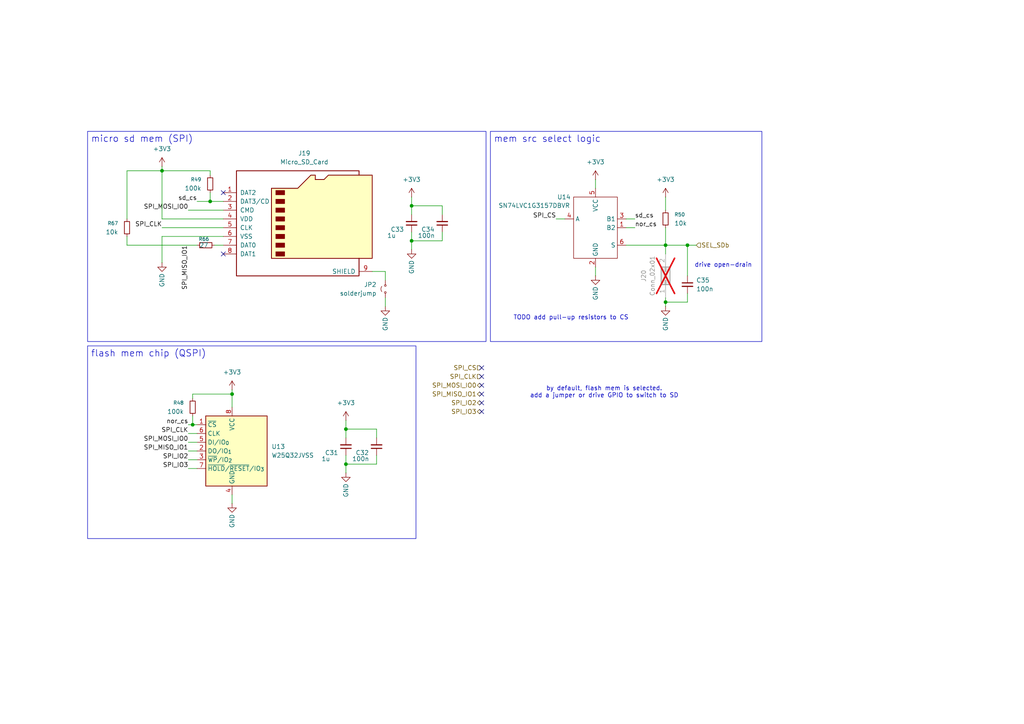
<source format=kicad_sch>
(kicad_sch (version 20250114) (generator "eeschema") (generator_version "9.0")
  (paper "A4")
  (lib_symbols
    (symbol "592-partslib:SN74LVC1G3157DBVR"
      (symbol "SN74LVC1G3157DBVR_0_1"
        (rectangle (start -6.35 8.89) (end 6.35 -8.89))
      )
      (symbol "SN74LVC1G3157DBVR_1_1"
        (pin input line (at -8.89 2.54 0) (length 2.54) (name "B1") (number "3"))
        (pin input line (at -8.89 0 0) (length 2.54) (name "B2") (number "1"))
        (pin input line (at -8.89 -5.08 0) (length 2.54) (name "S") (number "6"))
        (pin power_in line (at 0 11.43 270) (length 2.54) (name "VCC") (number "5"))
        (pin power_in line (at 0 -11.43 90) (length 2.54) (name "GND") (number "2"))
        (pin output line (at 8.89 2.54 180) (length 2.54) (name "A") (number "4"))
      )
    )
    (symbol "Connector:Micro_SD_Card" (pin_names (offset 1.016))
      (property "Reference" "J" (at -16.51 15.24 0))
      (property "Value" "Micro_SD_Card" (at 16.51 15.24 0))
      (symbol "Micro_SD_Card_0_1"
        (polyline (pts (xy -8.89 -11.43) (xy -8.89 8.89) (xy -1.27 8.89) (xy 2.54 12.7) (xy 3.81 12.7) (xy 3.81 11.43) (xy 6.35 11.43) (xy 7.62 12.7) (xy 20.32 12.7) (xy 20.32 -11.43) (xy -8.89 -11.43)) (stroke (width 0.254)) (fill (type background)))
        (rectangle (start -7.62 8.255) (end -5.08 6.985) (fill (type outline)))
        (rectangle (start -7.62 5.715) (end -5.08 4.445) (fill (type outline)))
        (rectangle (start -7.62 3.175) (end -5.08 1.905) (fill (type outline)))
        (rectangle (start -7.62 0.635) (end -5.08 -0.635) (fill (type outline)))
        (rectangle (start -7.62 -1.905) (end -5.08 -3.175) (fill (type outline)))
        (rectangle (start -7.62 -4.445) (end -5.08 -5.715) (fill (type outline)))
        (rectangle (start -7.62 -6.985) (end -5.08 -8.255) (fill (type outline)))
        (rectangle (start -7.62 -9.525) (end -5.08 -10.795) (fill (type outline)))
        (polyline (pts (xy 16.51 12.7) (xy 16.51 13.97) (xy -19.05 13.97) (xy -19.05 -16.51) (xy 16.51 -16.51) (xy 16.51 -11.43)) (stroke (width 0.254)))
      )
      (symbol "Micro_SD_Card_1_1"
        (pin bidirectional line (at -22.86 7.62 0) (length 3.81) (name "DAT2") (number "1"))
        (pin bidirectional line (at -22.86 5.08 0) (length 3.81) (name "DAT3/CD") (number "2"))
        (pin input line (at -22.86 2.54 0) (length 3.81) (name "CMD") (number "3"))
        (pin power_in line (at -22.86 0 0) (length 3.81) (name "VDD") (number "4"))
        (pin input line (at -22.86 -2.54 0) (length 3.81) (name "CLK") (number "5"))
        (pin power_in line (at -22.86 -5.08 0) (length 3.81) (name "VSS") (number "6"))
        (pin bidirectional line (at -22.86 -7.62 0) (length 3.81) (name "DAT0") (number "7"))
        (pin bidirectional line (at -22.86 -10.16 0) (length 3.81) (name "DAT1") (number "8"))
        (pin passive line (at 20.32 -15.24 180) (length 3.81) (name "SHIELD") (number "9"))
      )
    )
    (symbol "Connector_Generic:Conn_02x01" (pin_names (offset 1.016) (hide yes))
      (property "Reference" "J" (at 1.27 2.54 0))
      (property "Value" "Conn_02x01" (at 1.27 -2.54 0))
      (symbol "Conn_02x01_1_1"
        (rectangle (start -1.27 1.27) (end 3.81 -1.27) (stroke (width 0.254)) (fill (type background)))
        (rectangle (start -1.27 0.127) (end 0 -0.127) (stroke (width 0.1524)))
        (rectangle (start 3.81 0.127) (end 2.54 -0.127) (stroke (width 0.1524)))
        (pin passive line (at -5.08 0 0) (length 3.81) (name "Pin_1") (number "1"))
        (pin passive line (at 7.62 0 180) (length 3.81) (name "Pin_2") (number "2"))
      )
    )
    (symbol "Device:C_Small" (pin_numbers (hide yes)) (pin_names (offset 0.254) (hide yes))
      (property "Reference" "C" (at 0.254 1.778 0))
      (property "Value" "C_Small" (at 0.254 -2.032 0))
      (symbol "C_Small_0_1"
        (polyline (pts (xy -1.524 0.508) (xy 1.524 0.508)) (stroke (width 0.3048)))
        (polyline (pts (xy -1.524 -0.508) (xy 1.524 -0.508)) (stroke (width 0.3302)))
      )
      (symbol "C_Small_1_1"
        (pin passive line (at 0 2.54 270) (length 2.032) (name "~") (number "1"))
        (pin passive line (at 0 -2.54 90) (length 2.032) (name "~") (number "2"))
      )
    )
    (symbol "Device:R_Small" (pin_numbers (hide yes)) (pin_names (offset 0.254) (hide yes))
      (property "Reference" "R" (at 0 0 90))
      (property "Value" "R_Small" (at 1.778 0 90))
      (symbol "R_Small_0_1"
        (rectangle (start -0.762 1.778) (end 0.762 -1.778) (stroke (width 0.2032)))
      )
      (symbol "R_Small_1_1"
        (pin passive line (at 0 2.54 270) (length 0.762) (name "~") (number "1"))
        (pin passive line (at 0 -2.54 90) (length 0.762) (name "~") (number "2"))
      )
    )
    (symbol "Jumper:Jumper_2_Small_Open" (pin_numbers (hide yes)) (pin_names (offset 0) (hide yes))
      (property "Reference" "JP" (at 0 2.794 0))
      (property "Value" "Jumper_2_Small_Open" (at 0 -2.286 0))
      (symbol "Jumper_2_Small_Open_0_0"
        (circle (center -1.016 0) (radius 0.254))
        (circle (center 1.016 0) (radius 0.254))
      )
      (symbol "Jumper_2_Small_Open_0_1"
        (arc (start -0.762 1.0196) (mid 0 1.2729) (end 0.762 1.0196))
      )
      (symbol "Jumper_2_Small_Open_1_1"
        (pin passive line (at -2.54 0 0) (length 1.27) (name "A") (number "1"))
        (pin passive line (at 2.54 0 180) (length 1.27) (name "B") (number "2"))
      )
    )
    (symbol "Memory_Flash:W25Q32JVSS"
      (property "Reference" "U" (at -6.35 11.43 0))
      (property "Value" "W25Q32JVSS" (at 7.62 11.43 0))
      (symbol "W25Q32JVSS_0_1"
        (rectangle (start -7.62 10.16) (end 10.16 -10.16) (stroke (width 0.254)) (fill (type background)))
      )
      (symbol "W25Q32JVSS_1_1"
        (pin input line (at -10.16 7.62 0) (length 2.54) (name "~{CS}") (number "1"))
        (pin input line (at -10.16 5.08 0) (length 2.54) (name "CLK") (number "6"))
        (pin bidirectional line (at -10.16 2.54 0) (length 2.54) (name "DI/IO_{0}") (number "5"))
        (pin bidirectional line (at -10.16 0 0) (length 2.54) (name "DO/IO_{1}") (number "2"))
        (pin bidirectional line (at -10.16 -2.54 0) (length 2.54) (name "~{WP}/IO_{2}") (number "3"))
        (pin bidirectional line (at -10.16 -5.08 0) (length 2.54) (name "~{HOLD}/~{RESET}/IO_{3}") (number "7"))
        (pin power_in line (at 0 12.7 270) (length 2.54) (name "VCC") (number "8"))
        (pin power_in line (at 0 -12.7 90) (length 2.54) (name "GND") (number "4"))
      )
    )
    (symbol "power:+3V3" (power) (pin_numbers (hide yes)) (pin_names (offset 0) (hide yes))
      (property "Value" "+3V3" (at 0 3.556 0))
      (symbol "+3V3_0_1"
        (polyline (pts (xy -0.762 1.27) (xy 0 2.54)))
        (polyline (pts (xy 0 2.54) (xy 0.762 1.27)))
        (polyline (pts (xy 0 0) (xy 0 2.54)))
      )
      (symbol "+3V3_1_1"
        (pin power_in line (at 0 0 90) (length 0) (name "~") (number "1"))
      )
    )
    (symbol "power:GND" (power) (pin_numbers (hide yes)) (pin_names (offset 0) (hide yes))
      (property "Value" "GND" (at 0 -3.81 0))
      (symbol "GND_0_1"
        (polyline (pts (xy 0 0) (xy 0 -1.27) (xy 1.27 -1.27) (xy 0 -2.54) (xy -1.27 -1.27) (xy 0 -1.27)))
      )
      (symbol "GND_1_1"
        (pin power_in line (at 0 0 270) (length 0) (name "~") (number "1"))
      )
    )
  )
  (text "by default, flash mem is selected.\nadd a jumper or drive GPIO to switch to SD" (at 175.26 113.792 0) (effects (font (size 1.27 1.27))))
  (text "drive open-drain" (at 209.804 76.962 0) (effects (font (size 1.27 1.27))))
  (text "TODO add pull-up resistors to CS" (at 165.608 92.202 0) (effects (font (size 1.27 1.27))))
  (text_box "micro sd mem (SPI)" (at 25.4 38.1 0) (size 115.57 60.96) (margins 0.9525 0.9525 0.9525 0.9525) (effects (font (size 1.905 1.905)) (justify left top)))
  (text_box "mem src select logic" (at 142.24 38.1 0) (size 78.74 60.96) (margins 0.9525 0.9525 0.9525 0.9525) (effects (font (size 1.905 1.905)) (justify left top)))
  (text_box "flash mem chip (QSPI)" (at 25.4 100.33 0) (size 95.25 55.88) (margins 0.9525 0.9525 0.9525 0.9525) (effects (font (size 1.905 1.905)) (justify left top)))
  (junction (at 119.38 59.69))
  (junction (at 46.99 49.53))
  (junction (at 193.04 71.12))
  (junction (at 119.38 69.85))
  (junction (at 60.96 58.42))
  (junction (at 55.88 123.19))
  (junction (at 100.33 124.46))
  (junction (at 193.04 87.63))
  (junction (at 67.31 114.3))
  (junction (at 100.33 134.62))
  (junction (at 199.39 71.12))
  (no_connect (at 139.7 119.38))
  (no_connect (at 139.7 106.68))
  (no_connect (at 139.7 114.3))
  (no_connect (at 139.7 109.22))
  (no_connect (at 139.7 111.76))
  (no_connect (at 64.77 55.88))
  (no_connect (at 64.77 73.66))
  (no_connect (at 139.7 116.84))
  (wire (pts (xy 109.22 134.62) (xy 109.22 132.08)))
  (wire (pts (xy 46.99 49.53) (xy 46.99 63.5)))
  (wire (pts (xy 111.76 81.28) (xy 111.76 78.74)))
  (wire (pts (xy 54.61 60.96) (xy 64.77 60.96)))
  (wire (pts (xy 46.99 76.2) (xy 46.99 68.58)))
  (wire (pts (xy 193.04 73.66) (xy 193.04 71.12)))
  (wire (pts (xy 46.99 66.04) (xy 64.77 66.04)))
  (wire (pts (xy 54.61 125.73) (xy 57.15 125.73)))
  (wire (pts (xy 54.61 133.35) (xy 57.15 133.35)))
  (wire (pts (xy 128.27 69.85) (xy 128.27 67.31)))
  (wire (pts (xy 181.61 63.5) (xy 184.15 63.5)))
  (wire (pts (xy 119.38 69.85) (xy 119.38 72.39)))
  (wire (pts (xy 111.76 78.74) (xy 107.95 78.74)))
  (wire (pts (xy 46.99 49.53) (xy 60.96 49.53)))
  (wire (pts (xy 193.04 88.9) (xy 193.04 87.63)))
  (wire (pts (xy 119.38 62.23) (xy 119.38 59.69)))
  (wire (pts (xy 100.33 134.62) (xy 109.22 134.62)))
  (wire (pts (xy 36.83 71.12) (xy 57.15 71.12)))
  (wire (pts (xy 181.61 71.12) (xy 193.04 71.12)))
  (wire (pts (xy 100.33 134.62) (xy 100.33 137.16)))
  (wire (pts (xy 100.33 124.46) (xy 109.22 124.46)))
  (wire (pts (xy 181.61 66.04) (xy 184.15 66.04)))
  (wire (pts (xy 172.72 52.07) (xy 172.72 54.61)))
  (wire (pts (xy 199.39 87.63) (xy 193.04 87.63)))
  (wire (pts (xy 199.39 85.09) (xy 199.39 87.63)))
  (wire (pts (xy 109.22 124.46) (xy 109.22 127)))
  (wire (pts (xy 161.29 63.5) (xy 163.83 63.5)))
  (wire (pts (xy 54.61 135.89) (xy 57.15 135.89)))
  (wire (pts (xy 46.99 63.5) (xy 64.77 63.5)))
  (wire (pts (xy 54.61 130.81) (xy 57.15 130.81)))
  (wire (pts (xy 57.15 58.42) (xy 60.96 58.42)))
  (wire (pts (xy 119.38 59.69) (xy 128.27 59.69)))
  (wire (pts (xy 67.31 114.3) (xy 67.31 118.11)))
  (wire (pts (xy 54.61 123.19) (xy 55.88 123.19)))
  (wire (pts (xy 46.99 68.58) (xy 64.77 68.58)))
  (wire (pts (xy 128.27 59.69) (xy 128.27 62.23)))
  (wire (pts (xy 36.83 63.5) (xy 36.83 49.53)))
  (wire (pts (xy 55.88 123.19) (xy 57.15 123.19)))
  (wire (pts (xy 119.38 69.85) (xy 128.27 69.85)))
  (wire (pts (xy 67.31 113.03) (xy 67.31 114.3)))
  (wire (pts (xy 60.96 58.42) (xy 64.77 58.42)))
  (wire (pts (xy 172.72 77.47) (xy 172.72 80.01)))
  (wire (pts (xy 60.96 49.53) (xy 60.96 50.8)))
  (wire (pts (xy 193.04 57.15) (xy 193.04 60.96)))
  (wire (pts (xy 119.38 57.15) (xy 119.38 59.69)))
  (wire (pts (xy 193.04 66.04) (xy 193.04 71.12)))
  (wire (pts (xy 199.39 80.01) (xy 199.39 71.12)))
  (wire (pts (xy 36.83 49.53) (xy 46.99 49.53)))
  (wire (pts (xy 111.76 86.36) (xy 111.76 88.9)))
  (wire (pts (xy 55.88 115.57) (xy 55.88 114.3)))
  (wire (pts (xy 100.33 132.08) (xy 100.33 134.62)))
  (wire (pts (xy 193.04 71.12) (xy 199.39 71.12)))
  (wire (pts (xy 55.88 120.65) (xy 55.88 123.19)))
  (wire (pts (xy 62.23 71.12) (xy 64.77 71.12)))
  (wire (pts (xy 60.96 55.88) (xy 60.96 58.42)))
  (wire (pts (xy 46.99 48.26) (xy 46.99 49.53)))
  (wire (pts (xy 54.61 128.27) (xy 57.15 128.27)))
  (wire (pts (xy 100.33 121.92) (xy 100.33 124.46)))
  (wire (pts (xy 119.38 67.31) (xy 119.38 69.85)))
  (wire (pts (xy 193.04 87.63) (xy 193.04 86.36)))
  (wire (pts (xy 199.39 71.12) (xy 201.93 71.12)))
  (wire (pts (xy 55.88 114.3) (xy 67.31 114.3)))
  (wire (pts (xy 100.33 127) (xy 100.33 124.46)))
  (wire (pts (xy 36.83 71.12) (xy 36.83 68.58)))
  (wire (pts (xy 67.31 143.51) (xy 67.31 146.05)))
  (label "nor_cs" (at 54.61 123.19 180))
  (label "SPI_IO2" (at 54.61 133.35 180))
  (label "SPI_MISO_IO1" (at 54.61 130.81 180))
  (label "SPI_IO3" (at 54.61 135.89 180))
  (label "nor_cs" (at 184.15 66.04 0))
  (label "sd_cs" (at 184.15 63.5 0))
  (label "SPI_MOSI_IO0" (at 54.61 60.96 180))
  (label "SPI_CLK" (at 54.61 125.73 180))
  (label "SPI_MOSI_IO0" (at 54.61 128.27 180))
  (label "sd_cs" (at 57.15 58.42 180))
  (label "SPI_CLK" (at 46.99 66.04 180))
  (label "SPI_CS" (at 161.29 63.5 180))
  (label "SPI_MISO_IO1" (at 54.61 71.12 270))
  (hierarchical_label "SPI_IO2" (shape bidirectional) (at 139.7 116.84 180))
  (hierarchical_label "SPI_CLK" (shape input) (at 139.7 109.22 180))
  (hierarchical_label "SPI_IO3" (shape bidirectional) (at 139.7 119.38 180))
  (hierarchical_label "SPI_MOSI_IO0" (shape bidirectional) (at 139.7 111.76 180))
  (hierarchical_label "SPI_CS" (shape input) (at 139.7 106.68 180))
  (hierarchical_label "SPI_MISO_IO1" (shape bidirectional) (at 139.7 114.3 180))
  (hierarchical_label "SEL_SDb" (shape input) (at 201.93 71.12 0))
  (symbol (lib_id "power:+3V3") (at 46.99 48.26 0) (unit 1)
    (property "Reference" "#PWR0143" (effects (hide yes)))
    (property "Value" "+3V3" (at 46.99 43.18 0))
    (property "Description" "Power symbol creates a global label with name \"+3V3\"" (effects (hide yes)))
  )
  (symbol (lib_id "Device:C_Small") (at 199.39 82.55 0) (mirror y) (unit 1)
    (property "Reference" "C35" (at 201.93 81.2862 0) (effects (justify right)))
    (property "Value" "100n" (at 201.93 83.8262 0) (effects (justify right)))
    (property "Footprint" "Capacitor_SMD:C_0402_1005Metric" (effects (hide yes)))
    (property "Description" "Unpolarized capacitor, small symbol" (effects (hide yes)))
    (property "LCSC" "C1525" (effects (hide yes)))
  )
  (symbol (lib_id "Device:C_Small") (at 119.38 64.77 180) (unit 1)
    (property "Reference" "C33" (at 113.284 66.548 0) (effects (justify right)))
    (property "Value" "1u" (at 112.268 68.326 0) (effects (justify right)))
    (property "Footprint" "Capacitor_SMD:C_0603_1608Metric" (effects (hide yes)))
    (property "Description" "Unpolarized capacitor, small symbol" (effects (hide yes)))
    (property "LCSC" "C15849" (effects (hide yes)))
  )
  (symbol (lib_id "power:GND") (at 193.04 88.9 0) (unit 1)
    (property "Reference" "#PWR0155" (effects (hide yes)))
    (property "Value" "GND" (at 193.04 93.98 90))
  )
  (symbol (lib_id "Device:R_Small") (at 193.04 63.5 0) (unit 1)
    (property "Reference" "R50" (at 195.58 62.2299 0) (effects (font (size 1.016 1.016)) (justify left)))
    (property "Value" "10k" (at 195.58 64.7699 0) (effects (justify left)))
    (property "Footprint" "Resistor_SMD:R_0402_1005Metric" (effects (hide yes)))
    (property "Description" "Resistor, small symbol" (effects (hide yes)))
    (property "LCSC" "C25744" (effects (hide yes)))
  )
  (symbol (lib_id "Device:R_Small") (at 59.69 71.12 90) (mirror x) (unit 1)
    (property "Reference" "R66" (at 60.706 69.342 90) (effects (font (size 1.016 1.016)) (justify left)))
    (property "Value" "27" (at 60.452 71.12 90) (effects (justify left)))
    (property "Footprint" "Resistor_SMD:R_0402_1005Metric" (effects (hide yes)))
    (property "Description" "Resistor, small symbol" (effects (hide yes)))
  )
  (symbol (lib_id "Device:C_Small") (at 100.33 129.54 180) (unit 1)
    (property "Reference" "C31" (at 94.234 131.318 0) (effects (justify right)))
    (property "Value" "1u" (at 93.218 133.096 0) (effects (justify right)))
    (property "Footprint" "Capacitor_SMD:C_0603_1608Metric" (effects (hide yes)))
    (property "Description" "Unpolarized capacitor, small symbol" (effects (hide yes)))
    (property "LCSC" "C15849" (effects (hide yes)))
  )
  (symbol (lib_id "power:+3V3") (at 119.38 57.15 0) (unit 1)
    (property "Reference" "#PWR0150" (effects (hide yes)))
    (property "Value" "+3V3" (at 119.38 52.07 0))
    (property "Description" "Power symbol creates a global label with name \"+3V3\"" (effects (hide yes)))
  )
  (symbol (lib_id "power:GND") (at 67.31 146.05 0) (unit 1)
    (property "Reference" "#PWR0146" (effects (hide yes)))
    (property "Value" "GND" (at 67.31 151.13 90))
  )
  (symbol (lib_id "power:GND") (at 119.38 72.39 0) (unit 1)
    (property "Reference" "#PWR0151" (effects (hide yes)))
    (property "Value" "GND" (at 119.38 77.47 90))
  )
  (symbol (lib_id "592-partslib:SN74LVC1G3157DBVR") (at 172.72 66.04 0) (mirror y) (unit 1)
    (property "Reference" "U14" (at 163.576 57.15 0))
    (property "Value" "SN74LVC1G3157DBVR" (at 154.94 59.6198 0))
    (property "Footprint" "Package_TO_SOT_SMD:SOT-23-6" (effects (hide yes)))
    (property "Datasheet" "https://www.lcsc.com/datasheet/C10426.pdf" (effects (hide yes)))
    (property "LCSC" "C10426" (effects (hide yes)))
  )
  (symbol (lib_id "Memory_Flash:W25Q32JVSS") (at 67.31 130.81 0) (unit 1)
    (property "Reference" "U13" (at 78.74 129.5399 0) (effects (justify left)))
    (property "Value" "W25Q32JVSS" (at 78.74 132.0799 0) (effects (justify left)))
    (property "Footprint" "Package_SO:SOIC-8_5.3x5.3mm_P1.27mm" (effects (hide yes)))
    (property "Datasheet" "http://www.winbond.com/resource-files/w25q32jv%20revg%2003272018%20plus.pdf" (effects (hide yes)))
    (property "Description" "32Mbit / 4MiB Serial Flash Memory, Standard/Dual/Quad SPI, 2.7-3.6V, SOIC-8 (208 mil)" (effects (hide yes)))
    (property "LCSC" "C82344" (effects (hide yes)))
  )
  (symbol (lib_id "Connector:Micro_SD_Card") (at 87.63 63.5 0) (unit 1)
    (property "Reference" "J19" (at 88.265 44.45 0))
    (property "Value" "Micro_SD_Card" (at 88.265 46.99 0))
    (property "Footprint" "Connector_Card:microSD_HC_Hirose_DM3AT-SF-PEJM5" (effects (hide yes)))
    (property "Datasheet" "https://www.we-online.com/components/products/datasheet/693072010801.pdf" (effects (hide yes)))
    (property "Description" "Micro SD Card Socket" (effects (hide yes)))
    (property "LCSC" "C114218" (effects (hide yes)))
  )
  (symbol (lib_id "Jumper:Jumper_2_Small_Open") (at 111.76 83.82 90) (unit 1)
    (property "Reference" "JP2" (at 109.22 82.5499 90) (effects (justify left)))
    (property "Value" "solderjump" (at 109.22 85.0899 90) (effects (justify left)))
    (property "Footprint" "Jumper:SolderJumper-2_P1.3mm_Open_RoundedPad1.0x1.5mm" (effects (hide yes)))
    (property "Description" "Jumper, 2-pole, small symbol, open" (effects (hide yes)))
  )
  (symbol (lib_id "Connector_Generic:Conn_02x01") (at 193.04 81.28 90) (unit 1) (dnp yes)
    (property "Reference" "J20" (at 186.69 80.01 0))
    (property "Value" "Conn_02x01" (at 189.23 80.01 0))
    (property "Footprint" "Connector_PinHeader_1.27mm:PinHeader_1x02_P1.27mm_Vertical" (effects (hide yes)))
    (property "Description" "Generic connector, double row, 02x01, this symbol is compatible with counter-clockwise, top-bottom and odd-even numbering schemes., script generated (kicad-library-utils/schlib/autogen/connector/)" (effects (hide yes)))
  )
  (symbol (lib_id "Device:C_Small") (at 109.22 129.54 180) (unit 1)
    (property "Reference" "C32" (at 103.124 131.318 0) (effects (justify right)))
    (property "Value" "100n" (at 102.108 133.096 0) (effects (justify right)))
    (property "Footprint" "Capacitor_SMD:C_0402_1005Metric" (effects (hide yes)))
    (property "Description" "Unpolarized capacitor, small symbol" (effects (hide yes)))
    (property "LCSC" "C1525" (effects (hide yes)))
  )
  (symbol (lib_id "power:GND") (at 46.99 76.2 0) (unit 1)
    (property "Reference" "#PWR0144" (effects (hide yes)))
    (property "Value" "GND" (at 46.99 81.28 90))
  )
  (symbol (lib_id "Device:C_Small") (at 128.27 64.77 180) (unit 1)
    (property "Reference" "C34" (at 122.174 66.548 0) (effects (justify right)))
    (property "Value" "100n" (at 121.158 68.326 0) (effects (justify right)))
    (property "Footprint" "Capacitor_SMD:C_0402_1005Metric" (effects (hide yes)))
    (property "Description" "Unpolarized capacitor, small symbol" (effects (hide yes)))
    (property "LCSC" "C1525" (effects (hide yes)))
  )
  (symbol (lib_id "power:+3V3") (at 67.31 113.03 0) (unit 1)
    (property "Reference" "#PWR0145" (effects (hide yes)))
    (property "Value" "+3V3" (at 67.31 107.95 0))
    (property "Description" "Power symbol creates a global label with name \"+3V3\"" (effects (hide yes)))
  )
  (symbol (lib_id "power:+3V3") (at 100.33 121.92 0) (unit 1)
    (property "Reference" "#PWR0147" (effects (hide yes)))
    (property "Value" "+3V3" (at 100.33 116.84 0))
    (property "Description" "Power symbol creates a global label with name \"+3V3\"" (effects (hide yes)))
  )
  (symbol (lib_id "Device:R_Small") (at 55.88 118.11 0) (unit 1)
    (property "Reference" "R48" (at 53.34 116.8399 0) (effects (font (size 1.016 1.016)) (justify right)))
    (property "Value" "100k" (at 53.34 119.3799 0) (effects (justify right)))
    (property "Description" "Resistor, small symbol" (effects (hide yes)))
  )
  (symbol (lib_id "Device:R_Small") (at 60.96 53.34 0) (unit 1)
    (property "Reference" "R49" (at 58.42 52.0699 0) (effects (font (size 1.016 1.016)) (justify right)))
    (property "Value" "100k" (at 58.42 54.6099 0) (effects (justify right)))
    (property "Description" "Resistor, small symbol" (effects (hide yes)))
  )
  (symbol (lib_id "Device:R_Small") (at 36.83 66.04 0) (mirror y) (unit 1)
    (property "Reference" "R67" (at 34.29 64.7699 0) (effects (font (size 1.016 1.016)) (justify left)))
    (property "Value" "10k" (at 34.29 67.3099 0) (effects (justify left)))
    (property "Footprint" "Resistor_SMD:R_0402_1005Metric" (effects (hide yes)))
    (property "Description" "Resistor, small symbol" (effects (hide yes)))
    (property "LCSC" "C25744" (effects (hide yes)))
  )
  (symbol (lib_id "power:+3V3") (at 193.04 57.15 0) (unit 1)
    (property "Reference" "#PWR0154" (effects (hide yes)))
    (property "Value" "+3V3" (at 193.04 52.07 0))
    (property "Description" "Power symbol creates a global label with name \"+3V3\"" (effects (hide yes)))
  )
  (symbol (lib_id "power:+3V3") (at 172.72 52.07 0) (unit 1)
    (property "Reference" "#PWR0152" (effects (hide yes)))
    (property "Value" "+3V3" (at 172.72 46.99 0))
    (property "Description" "Power symbol creates a global label with name \"+3V3\"" (effects (hide yes)))
  )
  (symbol (lib_id "power:GND") (at 111.76 88.9 0) (unit 1)
    (property "Reference" "#PWR0149" (effects (hide yes)))
    (property "Value" "GND" (at 111.76 93.98 90))
  )
  (symbol (lib_id "power:GND") (at 172.72 80.01 0) (unit 1)
    (property "Reference" "#PWR0153" (effects (hide yes)))
    (property "Value" "GND" (at 172.72 85.09 90))
  )
  (symbol (lib_id "power:GND") (at 100.33 137.16 0) (unit 1)
    (property "Reference" "#PWR0148" (effects (hide yes)))
    (property "Value" "GND" (at 100.33 142.24 90))
  )
)
</source>
